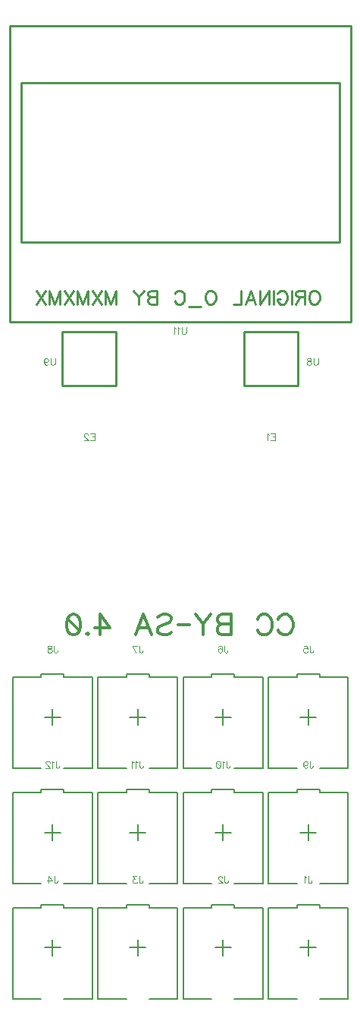
<source format=gbo>
G04 DipTrace 3.1.0.0*
G04 uO_c.GBO*
%MOIN*%
G04 #@! TF.FileFunction,Legend,Bot*
G04 #@! TF.Part,Single*
%ADD10C,0.009843*%
%ADD32C,0.006*%
%ADD34C,0.005984*%
%ADD99C,0.004632*%
%ADD101C,0.013895*%
%ADD104C,0.009264*%
%FSLAX26Y26*%
G04*
G70*
G90*
G75*
G01*
G04 BotSilk*
%LPD*%
X1764745Y644233D2*
D32*
X1694710D1*
X1729710Y609286D2*
Y679230D1*
X1679695Y819117D2*
X1554710D1*
X1779725D2*
X1904710D1*
X1779725Y419107D2*
X1904710D1*
X1679695D2*
X1554710D1*
Y819117D1*
X1904710D2*
Y419107D1*
X1779725Y819117D2*
D34*
Y831591D1*
X1679695D1*
Y819117D1*
X1389745Y644233D2*
D32*
X1319710D1*
X1354710Y609286D2*
Y679230D1*
X1304695Y819117D2*
X1179710D1*
X1404725D2*
X1529710D1*
X1404725Y419107D2*
X1529710D1*
X1304695D2*
X1179710D1*
Y819117D1*
X1529710D2*
Y419107D1*
X1404725Y819117D2*
D34*
Y831591D1*
X1304695D1*
Y819117D1*
X1014745Y644233D2*
D32*
X944710D1*
X979710Y609286D2*
Y679230D1*
X929695Y819117D2*
X804710D1*
X1029725D2*
X1154710D1*
X1029725Y419107D2*
X1154710D1*
X929695D2*
X804710D1*
Y819117D1*
X1154710D2*
Y419107D1*
X1029725Y819117D2*
D34*
Y831591D1*
X929695D1*
Y819117D1*
X639745Y644233D2*
D32*
X569710D1*
X604710Y609286D2*
Y679230D1*
X554695Y819117D2*
X429710D1*
X654725D2*
X779710D1*
X654725Y419107D2*
X779710D1*
X554695D2*
X429710D1*
Y819117D1*
X779710D2*
Y419107D1*
X654725Y819117D2*
D34*
Y831591D1*
X554695D1*
Y819117D1*
X1764745Y1656733D2*
D32*
X1694710D1*
X1729710Y1621786D2*
Y1691730D1*
X1679695Y1831617D2*
X1554710D1*
X1779725D2*
X1904710D1*
X1779725Y1431607D2*
X1904710D1*
X1679695D2*
X1554710D1*
Y1831617D1*
X1904710D2*
Y1431607D1*
X1779725Y1831617D2*
D34*
Y1844091D1*
X1679695D1*
Y1831617D1*
X1389745Y1656733D2*
D32*
X1319710D1*
X1354710Y1621786D2*
Y1691730D1*
X1304695Y1831617D2*
X1179710D1*
X1404725D2*
X1529710D1*
X1404725Y1431607D2*
X1529710D1*
X1304695D2*
X1179710D1*
Y1831617D1*
X1529710D2*
Y1431607D1*
X1404725Y1831617D2*
D34*
Y1844091D1*
X1304695D1*
Y1831617D1*
X1014745Y1656733D2*
D32*
X944710D1*
X979710Y1621786D2*
Y1691730D1*
X929695Y1831617D2*
X804710D1*
X1029725D2*
X1154710D1*
X1029725Y1431607D2*
X1154710D1*
X929695D2*
X804710D1*
Y1831617D1*
X1154710D2*
Y1431607D1*
X1029725Y1831617D2*
D34*
Y1844091D1*
X929695D1*
Y1831617D1*
X639745Y1656733D2*
D32*
X569710D1*
X604710Y1621786D2*
Y1691730D1*
X554695Y1831617D2*
X429710D1*
X654725D2*
X779710D1*
X654725Y1431607D2*
X779710D1*
X554695D2*
X429710D1*
Y1831617D1*
X779710D2*
Y1431607D1*
X654725Y1831617D2*
D34*
Y1844091D1*
X554695D1*
Y1831617D1*
X1764745Y1150484D2*
D32*
X1694710D1*
X1729710Y1115537D2*
Y1185480D1*
X1679695Y1325367D2*
X1554710D1*
X1779725D2*
X1904710D1*
X1779725Y925358D2*
X1904710D1*
X1679695D2*
X1554710D1*
Y1325367D1*
X1904710D2*
Y925358D1*
X1779725Y1325367D2*
D34*
Y1337841D1*
X1679695D1*
Y1325367D1*
X1389745Y1150484D2*
D32*
X1319710D1*
X1354710Y1115537D2*
Y1185480D1*
X1304695Y1325367D2*
X1179710D1*
X1404725D2*
X1529710D1*
X1404725Y925358D2*
X1529710D1*
X1304695D2*
X1179710D1*
Y1325367D1*
X1529710D2*
Y925358D1*
X1404725Y1325367D2*
D34*
Y1337841D1*
X1304695D1*
Y1325367D1*
X1014745Y1150484D2*
D32*
X944710D1*
X979710Y1115537D2*
Y1185480D1*
X929695Y1325367D2*
X804710D1*
X1029725D2*
X1154710D1*
X1029725Y925358D2*
X1154710D1*
X929695D2*
X804710D1*
Y1325367D1*
X1154710D2*
Y925358D1*
X1029725Y1325367D2*
D34*
Y1337841D1*
X929695D1*
Y1325367D1*
X639745Y1150484D2*
D32*
X569710D1*
X604710Y1115537D2*
Y1185480D1*
X554695Y1325367D2*
X429710D1*
X654725D2*
X779710D1*
X654725Y925358D2*
X779710D1*
X554695D2*
X429710D1*
Y1325367D1*
X779710D2*
Y925358D1*
X654725Y1325367D2*
D34*
Y1337841D1*
X554695D1*
Y1325367D1*
X1449113Y3347843D2*
D10*
X1685306D1*
Y3111642D1*
X1449113D1*
Y3347843D1*
X649113D2*
X885306D1*
Y3111642D1*
X649113D1*
Y3347843D1*
X1917147Y4693671D2*
X417147D1*
Y3393671D1*
X1917147D1*
Y4693671D1*
X1867197Y4443681D2*
X467097D1*
Y3743631D1*
X1867197D1*
Y4443681D1*
X1566121Y2903007D2*
D99*
X1584758D1*
Y2872863D1*
X1566121D1*
X1584758Y2888648D2*
X1573284D1*
X1556857Y2897237D2*
X1553972Y2898696D1*
X1549661Y2902974D1*
Y2872863D1*
X772571Y2903007D2*
X791208D1*
Y2872863D1*
X772571D1*
X791208Y2888648D2*
X779734D1*
X761848Y2895811D2*
Y2897237D1*
X760422Y2900122D1*
X758996Y2901548D1*
X756111Y2902974D1*
X750374D1*
X747522Y2901548D1*
X746096Y2900122D1*
X744637Y2897237D1*
Y2894385D1*
X746096Y2891500D1*
X748948Y2887222D1*
X763307Y2872863D1*
X743211D1*
X1730760Y957546D2*
Y934598D1*
X1732186Y930287D1*
X1733645Y928861D1*
X1736497Y927402D1*
X1739382D1*
X1742234Y928861D1*
X1743660Y930287D1*
X1745119Y934598D1*
Y937450D1*
X1721496Y951776D2*
X1718611Y953235D1*
X1714300Y957513D1*
Y927402D1*
X1362210Y957546D2*
Y934598D1*
X1363636Y930287D1*
X1365095Y928861D1*
X1367947Y927402D1*
X1370832D1*
X1373684Y928861D1*
X1375110Y930287D1*
X1376569Y934598D1*
Y937450D1*
X1351487Y950350D2*
Y951776D1*
X1350061Y954661D1*
X1348635Y956087D1*
X1345750Y957513D1*
X1340013D1*
X1337161Y956087D1*
X1335735Y954661D1*
X1334276Y951776D1*
Y948924D1*
X1335735Y946039D1*
X1338587Y941761D1*
X1352946Y927402D1*
X1332850D1*
X987210Y957546D2*
Y934598D1*
X988636Y930287D1*
X990095Y928861D1*
X992947Y927402D1*
X995832D1*
X998684Y928861D1*
X1000110Y930287D1*
X1001569Y934598D1*
Y937450D1*
X975061Y957513D2*
X959309D1*
X967898Y946039D1*
X963587D1*
X960735Y944613D1*
X959309Y943187D1*
X957850Y938876D1*
Y936024D1*
X959309Y931713D1*
X962161Y928828D1*
X966472Y927402D1*
X970783D1*
X975061Y928828D1*
X976487Y930287D1*
X977946Y933139D1*
X612923Y957546D2*
Y934598D1*
X614349Y930287D1*
X615808Y928861D1*
X618660Y927402D1*
X621545D1*
X624397Y928861D1*
X625823Y930287D1*
X627282Y934598D1*
Y937450D1*
X589300Y927402D2*
Y957513D1*
X603659Y937450D1*
X582137D1*
X1737210Y1970046D2*
Y1947098D1*
X1738636Y1942787D1*
X1740095Y1941361D1*
X1742947Y1939902D1*
X1745832D1*
X1748684Y1941361D1*
X1750110Y1942787D1*
X1751569Y1947098D1*
Y1949950D1*
X1710735Y1970013D2*
X1725061D1*
X1726487Y1957113D1*
X1725061Y1958539D1*
X1720750Y1959998D1*
X1716472D1*
X1712161Y1958539D1*
X1709276Y1955687D1*
X1707850Y1951376D1*
Y1948524D1*
X1709276Y1944213D1*
X1712161Y1941328D1*
X1716472Y1939902D1*
X1720750D1*
X1725061Y1941328D1*
X1726487Y1942787D1*
X1727946Y1945639D1*
X1361480Y1970046D2*
Y1947098D1*
X1362906Y1942787D1*
X1364365Y1941361D1*
X1367217Y1939902D1*
X1370102D1*
X1372954Y1941361D1*
X1374380Y1942787D1*
X1375839Y1947098D1*
Y1949950D1*
X1335006Y1965735D2*
X1336432Y1968587D1*
X1340743Y1970013D1*
X1343595D1*
X1347906Y1968587D1*
X1350791Y1964276D1*
X1352217Y1957113D1*
Y1949950D1*
X1350791Y1944213D1*
X1347906Y1941328D1*
X1343595Y1939902D1*
X1342169D1*
X1337891Y1941328D1*
X1335006Y1944213D1*
X1333580Y1948524D1*
Y1949950D1*
X1335006Y1954261D1*
X1337891Y1957113D1*
X1342169Y1958539D1*
X1343595D1*
X1347906Y1957113D1*
X1350791Y1954261D1*
X1352217Y1949950D1*
X987210Y1970046D2*
Y1947098D1*
X988636Y1942787D1*
X990095Y1941361D1*
X992947Y1939902D1*
X995832D1*
X998684Y1941361D1*
X1000110Y1942787D1*
X1001569Y1947098D1*
Y1949950D1*
X972209Y1939902D2*
X957850Y1970013D1*
X977946D1*
X612193Y1970046D2*
Y1947098D1*
X613619Y1942787D1*
X615078Y1941361D1*
X617930Y1939902D1*
X620815D1*
X623667Y1941361D1*
X625093Y1942787D1*
X626552Y1947098D1*
Y1949950D1*
X595767Y1970013D2*
X600045Y1968587D1*
X601504Y1965735D1*
Y1962850D1*
X600045Y1959998D1*
X597193Y1958539D1*
X591456Y1957113D1*
X587145Y1955687D1*
X584293Y1952802D1*
X582867Y1949950D1*
Y1945639D1*
X584293Y1942787D1*
X585719Y1941328D1*
X590030Y1939902D1*
X595767D1*
X600045Y1941328D1*
X601504Y1942787D1*
X602930Y1945639D1*
Y1949950D1*
X601504Y1952802D1*
X598619Y1955687D1*
X594341Y1957113D1*
X588604Y1958539D1*
X585719Y1959998D1*
X584293Y1962850D1*
Y1965735D1*
X585719Y1968587D1*
X590030Y1970013D1*
X595767D1*
X1736497Y1463797D2*
Y1440849D1*
X1737923Y1436538D1*
X1739382Y1435112D1*
X1742234Y1433653D1*
X1745119D1*
X1747971Y1435112D1*
X1749397Y1436538D1*
X1750856Y1440849D1*
Y1443701D1*
X1708563Y1453749D2*
X1710022Y1449438D1*
X1712874Y1446553D1*
X1717185Y1445127D1*
X1718611D1*
X1722922Y1446553D1*
X1725774Y1449438D1*
X1727233Y1453749D1*
Y1455175D1*
X1725774Y1459486D1*
X1722922Y1462338D1*
X1718611Y1463764D1*
X1717185D1*
X1712874Y1462338D1*
X1710022Y1459486D1*
X1708563Y1453749D1*
Y1446553D1*
X1710022Y1439390D1*
X1712874Y1435079D1*
X1717185Y1433653D1*
X1720037D1*
X1724348Y1435079D1*
X1725774Y1437964D1*
X1370440Y1463797D2*
Y1440849D1*
X1371866Y1436538D1*
X1373325Y1435112D1*
X1376177Y1433653D1*
X1379062D1*
X1381914Y1435112D1*
X1383340Y1436538D1*
X1384799Y1440849D1*
Y1443701D1*
X1361176Y1458027D2*
X1358291Y1459486D1*
X1353980Y1463764D1*
Y1433653D1*
X1336094Y1463764D2*
X1340405Y1462338D1*
X1343291Y1458027D1*
X1344716Y1450864D1*
Y1446553D1*
X1343291Y1439390D1*
X1340405Y1435079D1*
X1336094Y1433653D1*
X1333243D1*
X1328931Y1435079D1*
X1326080Y1439390D1*
X1324620Y1446553D1*
Y1450864D1*
X1326080Y1458027D1*
X1328931Y1462338D1*
X1333243Y1463764D1*
X1336094D1*
X1326080Y1458027D2*
X1343291Y1439390D1*
X988990Y1463797D2*
Y1440849D1*
X990416Y1436538D1*
X991875Y1435112D1*
X994727Y1433653D1*
X997612D1*
X1000464Y1435112D1*
X1001890Y1436538D1*
X1003349Y1440849D1*
Y1443701D1*
X979726Y1458027D2*
X976841Y1459486D1*
X972530Y1463764D1*
Y1433653D1*
X963267Y1458027D2*
X960381Y1459486D1*
X956070Y1463764D1*
Y1433653D1*
X620440Y1463797D2*
Y1440849D1*
X621866Y1436538D1*
X623325Y1435112D1*
X626177Y1433653D1*
X629062D1*
X631914Y1435112D1*
X633340Y1436538D1*
X634799Y1440849D1*
Y1443701D1*
X611176Y1458027D2*
X608291Y1459486D1*
X603980Y1463764D1*
Y1433653D1*
X593257Y1456601D2*
Y1458027D1*
X591831Y1460912D1*
X590405Y1462338D1*
X587520Y1463764D1*
X581783D1*
X578931Y1462338D1*
X577506Y1460912D1*
X576046Y1458027D1*
Y1455175D1*
X577506Y1452290D1*
X580357Y1448012D1*
X594716Y1433653D1*
X574620D1*
X1773152Y3232896D2*
Y3211375D1*
X1771726Y3207063D1*
X1768841Y3204212D1*
X1764530Y3202752D1*
X1761678D1*
X1757367Y3204212D1*
X1754482Y3207063D1*
X1753056Y3211375D1*
Y3232896D1*
X1736629Y3232863D2*
X1740907Y3231437D1*
X1742366Y3228585D1*
Y3225700D1*
X1740907Y3222848D1*
X1738055Y3221389D1*
X1732318Y3219963D1*
X1728007Y3218537D1*
X1725155Y3215652D1*
X1723729Y3212800D1*
Y3208489D1*
X1725155Y3205638D1*
X1726581Y3204178D1*
X1730892Y3202752D1*
X1736629D1*
X1740907Y3204178D1*
X1742366Y3205638D1*
X1743792Y3208489D1*
Y3212800D1*
X1742366Y3215652D1*
X1739481Y3218537D1*
X1735203Y3219963D1*
X1729466Y3221389D1*
X1726581Y3222848D1*
X1725155Y3225700D1*
Y3228585D1*
X1726581Y3231437D1*
X1730892Y3232863D1*
X1736629D1*
X616243Y3232896D2*
Y3211375D1*
X614817Y3207063D1*
X611932Y3204212D1*
X607621Y3202752D1*
X604769D1*
X600458Y3204212D1*
X597573Y3207063D1*
X596147Y3211375D1*
Y3232896D1*
X568213Y3222848D2*
X569672Y3218537D1*
X572524Y3215652D1*
X576835Y3214226D1*
X578261D1*
X582572Y3215652D1*
X585424Y3218537D1*
X586883Y3222848D1*
Y3224274D1*
X585424Y3228585D1*
X582572Y3231437D1*
X578261Y3232863D1*
X576835D1*
X572524Y3231437D1*
X569672Y3228585D1*
X568213Y3222848D1*
Y3215652D1*
X569672Y3208489D1*
X572524Y3204178D1*
X576835Y3202752D1*
X579687D1*
X583998Y3204178D1*
X585424Y3207063D1*
X1193654Y3368999D2*
Y3347477D1*
X1192228Y3343166D1*
X1189343Y3340314D1*
X1185032Y3338855D1*
X1182180D1*
X1177869Y3340314D1*
X1174984Y3343166D1*
X1173558Y3347477D1*
Y3368999D1*
X1164295Y3363229D2*
X1161410Y3364688D1*
X1157099Y3368966D1*
Y3338855D1*
X1147835Y3363229D2*
X1144950Y3364688D1*
X1140639Y3368966D1*
Y3338855D1*
X1598490Y2086355D2*
D101*
X1602768Y2094911D1*
X1611424Y2103566D1*
X1619979Y2107844D1*
X1637190D1*
X1645845Y2103566D1*
X1654401Y2094911D1*
X1658779Y2086355D1*
X1663056Y2073422D1*
Y2051834D1*
X1658779Y2039000D1*
X1654401Y2030345D1*
X1645845Y2021789D1*
X1637190Y2017412D1*
X1619979D1*
X1611424Y2021789D1*
X1602768Y2030345D1*
X1598490Y2039000D1*
X1506134Y2086355D2*
X1510412Y2094911D1*
X1519067Y2103566D1*
X1527623Y2107844D1*
X1544834D1*
X1553489Y2103566D1*
X1562045Y2094911D1*
X1566422Y2086355D1*
X1570700Y2073422D1*
Y2051834D1*
X1566422Y2039000D1*
X1562045Y2030345D1*
X1553489Y2021789D1*
X1544834Y2017412D1*
X1527623D1*
X1519067Y2021789D1*
X1510412Y2030345D1*
X1506134Y2039000D1*
X1390862Y2107844D2*
Y2017412D1*
X1352062D1*
X1339129Y2021789D1*
X1334851Y2026067D1*
X1330574Y2034623D1*
Y2047556D1*
X1334851Y2056211D1*
X1339129Y2060489D1*
X1352062Y2064767D1*
X1339129Y2069144D1*
X1334851Y2073422D1*
X1330574Y2081978D1*
Y2090633D1*
X1334851Y2099189D1*
X1339129Y2103566D1*
X1352062Y2107844D1*
X1390862D1*
Y2064767D2*
X1352062D1*
X1302783Y2107844D2*
X1268361Y2064767D1*
Y2017412D1*
X1233939Y2107844D2*
X1268361Y2064767D1*
X1206149Y2062578D2*
X1156406D1*
X1068327Y2094911D2*
X1076883Y2103566D1*
X1089816Y2107844D1*
X1107027D1*
X1119960Y2103566D1*
X1128615Y2094911D1*
Y2086355D1*
X1124238Y2077700D1*
X1119960Y2073422D1*
X1111404Y2069144D1*
X1085538Y2060489D1*
X1076883Y2056211D1*
X1072605Y2051834D1*
X1068327Y2043278D1*
Y2030345D1*
X1076883Y2021789D1*
X1089816Y2017412D1*
X1107027D1*
X1119960Y2021789D1*
X1128615Y2030345D1*
X971593Y2017412D2*
X1006115Y2107844D1*
X1040537Y2017412D1*
X1027604Y2047556D2*
X984527D1*
X813244Y2017412D2*
Y2107744D1*
X856321Y2047556D1*
X791755D1*
X759687Y2026067D2*
X763965Y2021690D1*
X759687Y2017412D1*
X755309Y2021690D1*
X759687Y2026067D1*
X701653Y2107744D2*
X714586Y2103466D1*
X723241Y2090533D1*
X727519Y2069045D1*
Y2056112D1*
X723241Y2034623D1*
X714586Y2021690D1*
X701653Y2017412D1*
X693097D1*
X680164Y2021690D1*
X671608Y2034623D1*
X667231Y2056112D1*
Y2069045D1*
X671608Y2090533D1*
X680164Y2103466D1*
X693097Y2107744D1*
X701653D1*
X671608Y2090533D2*
X723241Y2034623D1*
X1762335Y3530005D2*
D104*
X1768106Y3527153D1*
X1773809Y3521383D1*
X1776728Y3515679D1*
X1779580Y3507057D1*
Y3492664D1*
X1776728Y3484109D1*
X1773809Y3478339D1*
X1768106Y3472635D1*
X1762335Y3469717D1*
X1750861D1*
X1745158Y3472635D1*
X1739388Y3478339D1*
X1736536Y3484109D1*
X1733684Y3492664D1*
Y3507057D1*
X1736536Y3515679D1*
X1739388Y3521383D1*
X1745158Y3527153D1*
X1750861Y3530005D1*
X1762335D1*
X1715157Y3501287D2*
X1689357D1*
X1680735Y3504205D1*
X1677817Y3507057D1*
X1674965Y3512760D1*
Y3518531D1*
X1677817Y3524234D1*
X1680735Y3527153D1*
X1689357Y3530005D1*
X1715157D1*
Y3469717D1*
X1695061Y3501287D2*
X1674965Y3469717D1*
X1656438Y3530005D2*
Y3469717D1*
X1594867Y3515679D2*
X1597718Y3521383D1*
X1603489Y3527153D1*
X1609192Y3530005D1*
X1620666D1*
X1626436Y3527153D1*
X1632140Y3521383D1*
X1635059Y3515679D1*
X1637910Y3507057D1*
Y3492664D1*
X1635059Y3484109D1*
X1632140Y3478339D1*
X1626436Y3472635D1*
X1620666Y3469717D1*
X1609192D1*
X1603489Y3472635D1*
X1597718Y3478339D1*
X1594867Y3484109D1*
Y3492664D1*
X1609192D1*
X1576339Y3530005D2*
Y3469717D1*
X1517620Y3530005D2*
Y3469717D1*
X1557812Y3530005D1*
Y3469717D1*
X1453131D2*
X1476145Y3530005D1*
X1499093Y3469717D1*
X1490471Y3489813D2*
X1461753D1*
X1434604Y3530005D2*
Y3469717D1*
X1400182D1*
X1306090Y3530005D2*
X1311860Y3527153D1*
X1317564Y3521383D1*
X1320482Y3515679D1*
X1323334Y3507057D1*
Y3492664D1*
X1320482Y3484109D1*
X1317564Y3478339D1*
X1311860Y3472635D1*
X1306090Y3469717D1*
X1294616D1*
X1288912Y3472635D1*
X1283142Y3478339D1*
X1280290Y3484109D1*
X1277438Y3492664D1*
Y3507057D1*
X1280290Y3515679D1*
X1283142Y3521383D1*
X1288912Y3527153D1*
X1294616Y3530005D1*
X1306090D1*
X1258911Y3459768D2*
X1204393D1*
X1142822Y3515679D2*
X1145674Y3521383D1*
X1151444Y3527153D1*
X1157148Y3530005D1*
X1168622D1*
X1174392Y3527153D1*
X1180096Y3521383D1*
X1183014Y3515679D1*
X1185866Y3507057D1*
Y3492664D1*
X1183014Y3484109D1*
X1180096Y3478339D1*
X1174392Y3472635D1*
X1168622Y3469717D1*
X1157148D1*
X1151444Y3472635D1*
X1145674Y3478339D1*
X1142822Y3484109D1*
X1065974Y3530005D2*
Y3469717D1*
X1040108D1*
X1031486Y3472635D1*
X1028634Y3475487D1*
X1025782Y3481191D1*
Y3489813D1*
X1028634Y3495583D1*
X1031486Y3498435D1*
X1040108Y3501287D1*
X1031486Y3504205D1*
X1028634Y3507057D1*
X1025782Y3512760D1*
Y3518531D1*
X1028634Y3524234D1*
X1031486Y3527153D1*
X1040108Y3530005D1*
X1065974D1*
Y3501287D2*
X1040108D1*
X1007255Y3530005D2*
X984307Y3501287D1*
Y3469717D1*
X961359Y3530005D2*
X984307Y3501287D1*
X838615Y3469717D2*
Y3530005D1*
X861563Y3469717D1*
X884511Y3530005D1*
Y3469717D1*
X820088Y3530005D2*
X779896Y3469717D1*
Y3530005D2*
X820088Y3469717D1*
X715473D2*
Y3530005D1*
X738421Y3469717D1*
X761369Y3530005D1*
Y3469717D1*
X696946Y3530005D2*
X656754Y3469717D1*
Y3530005D2*
X696946Y3469717D1*
X592331D2*
Y3530005D1*
X615279Y3469717D1*
X638227Y3530005D1*
Y3469717D1*
X573804Y3530005D2*
X533612Y3469717D1*
Y3530005D2*
X573804Y3469717D1*
M02*

</source>
